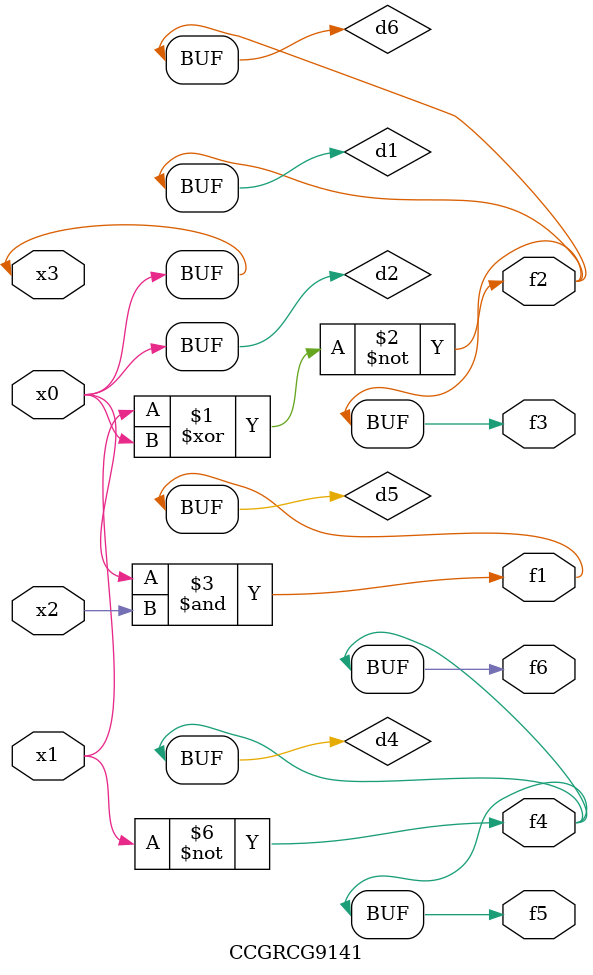
<source format=v>
module CCGRCG9141(
	input x0, x1, x2, x3,
	output f1, f2, f3, f4, f5, f6
);

	wire d1, d2, d3, d4, d5, d6;

	xnor (d1, x1, x3);
	buf (d2, x0, x3);
	nand (d3, x0, x2);
	not (d4, x1);
	nand (d5, d3);
	or (d6, d1);
	assign f1 = d5;
	assign f2 = d6;
	assign f3 = d6;
	assign f4 = d4;
	assign f5 = d4;
	assign f6 = d4;
endmodule

</source>
